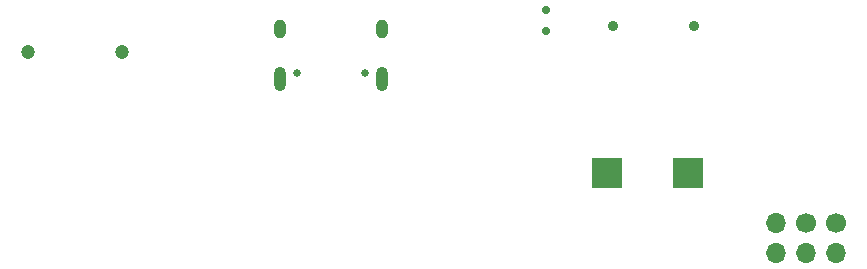
<source format=gbr>
%TF.GenerationSoftware,KiCad,Pcbnew,9.0.1*%
%TF.CreationDate,2025-04-15T01:10:54-06:00*%
%TF.ProjectId,zippy-badge,7a697070-792d-4626-9164-67652e6b6963,rev?*%
%TF.SameCoordinates,PX4d8ff50PY83b6430*%
%TF.FileFunction,Soldermask,Bot*%
%TF.FilePolarity,Negative*%
%FSLAX46Y46*%
G04 Gerber Fmt 4.6, Leading zero omitted, Abs format (unit mm)*
G04 Created by KiCad (PCBNEW 9.0.1) date 2025-04-15 01:10:54*
%MOMM*%
%LPD*%
G01*
G04 APERTURE LIST*
%ADD10C,0.650000*%
%ADD11O,1.000000X2.100000*%
%ADD12O,1.000000X1.600000*%
%ADD13C,0.900000*%
%ADD14C,1.200000*%
%ADD15O,1.700000X1.700000*%
%ADD16C,1.700000*%
%ADD17C,0.700000*%
%ADD18R,2.500000X2.500000*%
G04 APERTURE END LIST*
D10*
%TO.C,J2*%
X51870000Y90090000D03*
X46090000Y90090000D03*
D11*
X53300000Y89590000D03*
D12*
X53300000Y93770000D03*
D11*
X44660000Y89590000D03*
D12*
X44660000Y93770000D03*
%TD*%
D13*
%TO.C,SW2*%
X79680000Y94020000D03*
X72880000Y94020000D03*
%TD*%
D14*
%TO.C,J1*%
X31290000Y91830000D03*
X23310000Y91830000D03*
%TD*%
D15*
%TO.C,X1*%
X86690000Y77410000D03*
X86690000Y74870000D03*
D16*
X89230000Y77410000D03*
D15*
X89230000Y74870000D03*
D16*
X91770000Y77410000D03*
D15*
X91770000Y74870000D03*
%TD*%
D17*
%TO.C,SW1*%
X67170000Y93610000D03*
X67170000Y95410000D03*
%TD*%
D18*
%TO.C,TP2*%
X79180000Y81570000D03*
%TD*%
%TO.C,TP1*%
X72380000Y81580000D03*
%TD*%
M02*

</source>
